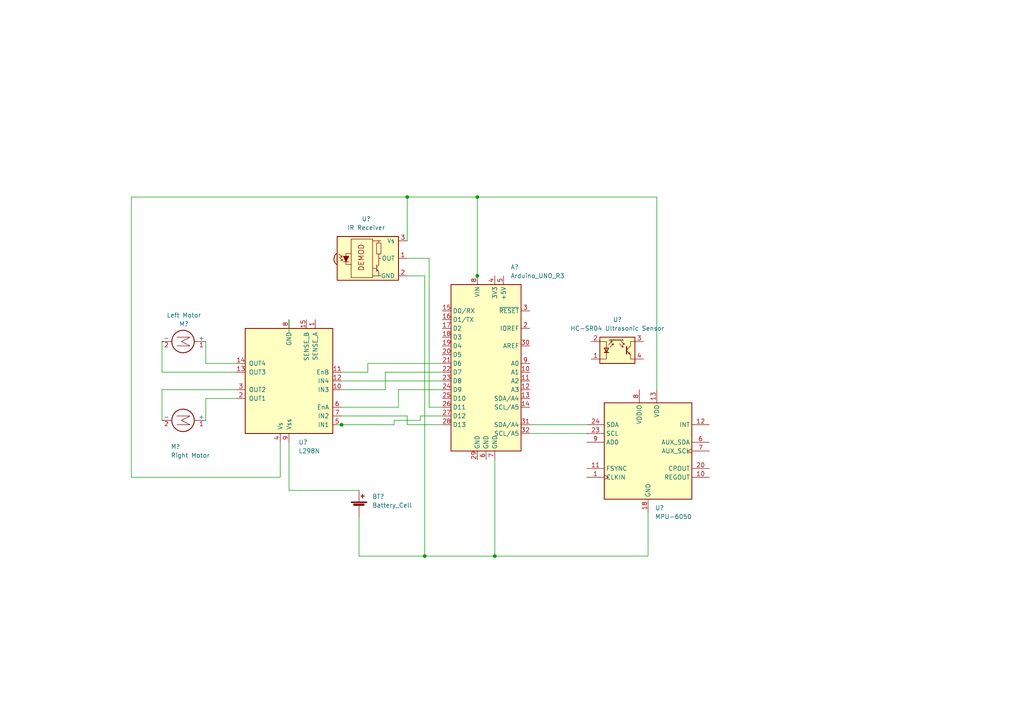
<source format=kicad_sch>
(kicad_sch (version 20211123) (generator eeschema)
  (paper "A4")
  (lib_symbols
    (symbol "Device:Battery_Cell" (pin_numbers hide) (pin_names (offset 0) hide)
      (property "Reference" "BT" (at 2.54 2.54 0))
      (property "Value" "Battery_Cell" (at 2.54 0 0))
      (symbol "Battery_Cell_0_1"
        (rectangle (start -2.286 1.778) (end 2.286 1.524) (fill (type outline)))
        (rectangle (start -1.5748 1.1938) (end 1.4732 0.6858) (fill (type outline)))
        (polyline (pts (xy 0 0.762) (xy 0 0)))
        (polyline (pts (xy 0 1.778) (xy 0 2.54)))
        (polyline (pts (xy 0.508 3.429) (xy 1.524 3.429)) (stroke (width 0.254)))
        (polyline (pts (xy 1.016 3.937) (xy 1.016 2.921)) (stroke (width 0.254)))
      )
      (symbol "Battery_Cell_1_1"
        (pin passive line (at 0 5.08 270) (length 2.54) (name "+") (number "1"))
        (pin passive line (at 0 -2.54 90) (length 2.54) (name "-") (number "2"))
      )
    )
    (symbol "Driver_Motor:L298N" (pin_names (offset 1.016))
      (property "Reference" "U" (at -10.16 16.51 0))
      (property "Value" "L298N" (at 12.7 16.51 0))
      (symbol "L298N_0_1"
        (rectangle (start -12.7 15.24) (end 12.7 -15.24) (stroke (width 0.254)) (fill (type background)))
      )
      (symbol "L298N_1_1"
        (pin power_in line (at -7.62 -17.78 90) (length 2.54) (name "SENSE_A") (number "1"))
        (pin input line (at -15.24 2.54 0) (length 2.54) (name "IN3") (number "10"))
        (pin input line (at -15.24 -2.54 0) (length 2.54) (name "EnB") (number "11"))
        (pin input line (at -15.24 0 0) (length 2.54) (name "IN4") (number "12"))
        (pin output line (at 15.24 -2.54 180) (length 2.54) (name "OUT3") (number "13"))
        (pin output line (at 15.24 -5.08 180) (length 2.54) (name "OUT4") (number "14"))
        (pin power_in line (at -5.08 -17.78 90) (length 2.54) (name "SENSE_B") (number "15"))
        (pin output line (at 15.24 5.08 180) (length 2.54) (name "OUT1") (number "2"))
        (pin output line (at 15.24 2.54 180) (length 2.54) (name "OUT2") (number "3"))
        (pin power_in line (at 2.54 17.78 270) (length 2.54) (name "Vs") (number "4"))
        (pin input line (at -15.24 12.7 0) (length 2.54) (name "IN1") (number "5"))
        (pin input line (at -15.24 7.62 0) (length 2.54) (name "EnA") (number "6"))
        (pin input line (at -15.24 10.16 0) (length 2.54) (name "IN2") (number "7"))
        (pin power_in line (at 0 -17.78 90) (length 2.54) (name "GND") (number "8"))
        (pin power_in line (at 0 17.78 270) (length 2.54) (name "Vss") (number "9"))
      )
    )
    (symbol "MCU_Module:Arduino_UNO_R3"
      (property "Reference" "A" (at -10.16 23.495 0))
      (property "Value" "Arduino_UNO_R3" (at 5.08 -26.67 0))
      (symbol "Arduino_UNO_R3_0_1"
        (rectangle (start -10.16 22.86) (end 10.16 -25.4) (stroke (width 0.254)) (fill (type background)))
      )
      (symbol "Arduino_UNO_R3_1_1"
        (pin no_connect line (at -10.16 -20.32 0) (length 2.54) hide (name "NC") (number "1"))
        (pin bidirectional line (at 12.7 -2.54 180) (length 2.54) (name "A1") (number "10"))
        (pin bidirectional line (at 12.7 -5.08 180) (length 2.54) (name "A2") (number "11"))
        (pin bidirectional line (at 12.7 -7.62 180) (length 2.54) (name "A3") (number "12"))
        (pin bidirectional line (at 12.7 -10.16 180) (length 2.54) (name "SDA/A4") (number "13"))
        (pin bidirectional line (at 12.7 -12.7 180) (length 2.54) (name "SCL/A5") (number "14"))
        (pin bidirectional line (at -12.7 15.24 0) (length 2.54) (name "D0/RX") (number "15"))
        (pin bidirectional line (at -12.7 12.7 0) (length 2.54) (name "D1/TX") (number "16"))
        (pin bidirectional line (at -12.7 10.16 0) (length 2.54) (name "D2") (number "17"))
        (pin bidirectional line (at -12.7 7.62 0) (length 2.54) (name "D3") (number "18"))
        (pin bidirectional line (at -12.7 5.08 0) (length 2.54) (name "D4") (number "19"))
        (pin output line (at 12.7 10.16 180) (length 2.54) (name "IOREF") (number "2"))
        (pin bidirectional line (at -12.7 2.54 0) (length 2.54) (name "D5") (number "20"))
        (pin bidirectional line (at -12.7 0 0) (length 2.54) (name "D6") (number "21"))
        (pin bidirectional line (at -12.7 -2.54 0) (length 2.54) (name "D7") (number "22"))
        (pin bidirectional line (at -12.7 -5.08 0) (length 2.54) (name "D8") (number "23"))
        (pin bidirectional line (at -12.7 -7.62 0) (length 2.54) (name "D9") (number "24"))
        (pin bidirectional line (at -12.7 -10.16 0) (length 2.54) (name "D10") (number "25"))
        (pin bidirectional line (at -12.7 -12.7 0) (length 2.54) (name "D11") (number "26"))
        (pin bidirectional line (at -12.7 -15.24 0) (length 2.54) (name "D12") (number "27"))
        (pin bidirectional line (at -12.7 -17.78 0) (length 2.54) (name "D13") (number "28"))
        (pin power_in line (at -2.54 -27.94 90) (length 2.54) (name "GND") (number "29"))
        (pin input line (at 12.7 15.24 180) (length 2.54) (name "~{RESET}") (number "3"))
        (pin input line (at 12.7 5.08 180) (length 2.54) (name "AREF") (number "30"))
        (pin bidirectional line (at 12.7 -17.78 180) (length 2.54) (name "SDA/A4") (number "31"))
        (pin bidirectional line (at 12.7 -20.32 180) (length 2.54) (name "SCL/A5") (number "32"))
        (pin power_out line (at 2.54 25.4 270) (length 2.54) (name "3V3") (number "4"))
        (pin power_out line (at 5.08 25.4 270) (length 2.54) (name "+5V") (number "5"))
        (pin power_in line (at 0 -27.94 90) (length 2.54) (name "GND") (number "6"))
        (pin power_in line (at 2.54 -27.94 90) (length 2.54) (name "GND") (number "7"))
        (pin power_in line (at -2.54 25.4 270) (length 2.54) (name "VIN") (number "8"))
        (pin bidirectional line (at 12.7 0 180) (length 2.54) (name "A0") (number "9"))
      )
    )
    (symbol "Motor:Motor_DC" (pin_names (offset 0))
      (property "Reference" "M" (at 2.54 2.54 0))
      (property "Value" "Motor_DC" (at 2.54 -5.08 0))
      (symbol "Motor_DC_0_0"
        (polyline (pts (xy -1.27 -3.302) (xy -1.27 0.508) (xy 0 -2.032) (xy 1.27 0.508) (xy 1.27 -3.302)))
      )
      (symbol "Motor_DC_0_1"
        (circle (center 0 -1.524) (radius 3.2512) (stroke (width 0.254)))
        (polyline (pts (xy 0 -7.62) (xy 0 -7.112)))
        (polyline (pts (xy 0 -4.7752) (xy 0 -5.1816)))
        (polyline (pts (xy 0 1.7272) (xy 0 2.0828)))
        (polyline (pts (xy 0 2.032) (xy 0 2.54)))
      )
      (symbol "Motor_DC_1_1"
        (pin passive line (at 0 5.08 270) (length 2.54) (name "+") (number "1"))
        (pin passive line (at 0 -7.62 90) (length 2.54) (name "-") (number "2"))
      )
    )
    (symbol "Sensor_Motion:MPU-6050"
      (property "Reference" "U" (at -11.43 13.97 0))
      (property "Value" "MPU-6050" (at 7.62 -15.24 0))
      (symbol "MPU-6050_0_0"
        (text "" (at 12.7 -2.54 0) (effects (font (size 1.27 1.27))))
      )
      (symbol "MPU-6050_0_1"
        (rectangle (start -12.7 13.97) (end 12.7 -13.97) (stroke (width 0.254)) (fill (type background)))
      )
      (symbol "MPU-6050_1_1"
        (pin input clock (at -17.78 -7.62 0) (length 5.08) (name "CLKIN") (number "1"))
        (pin passive line (at 17.78 -7.62 180) (length 5.08) (name "REGOUT") (number "10"))
        (pin input line (at -17.78 -5.08 0) (length 5.08) (name "FSYNC") (number "11"))
        (pin output line (at 17.78 7.62 180) (length 5.08) (name "INT") (number "12"))
        (pin power_in line (at 2.54 17.78 270) (length 3.81) (name "VDD") (number "13"))
        (pin no_connect line (at -12.7 -10.16 0) (length 2.54) hide (name "NC") (number "14"))
        (pin no_connect line (at 12.7 12.7 180) (length 2.54) hide (name "NC") (number "15"))
        (pin no_connect line (at 12.7 10.16 180) (length 2.54) hide (name "NC") (number "16"))
        (pin no_connect line (at 12.7 5.08 180) (length 2.54) hide (name "NC") (number "17"))
        (pin power_in line (at 0 -17.78 90) (length 3.81) (name "GND") (number "18"))
        (pin no_connect line (at 12.7 -10.16 180) (length 2.54) hide (name "NC") (number "19"))
        (pin no_connect line (at -12.7 12.7 0) (length 2.54) hide (name "NC") (number "2"))
        (pin passive line (at 17.78 -5.08 180) (length 5.08) (name "CPOUT") (number "20"))
        (pin no_connect line (at 12.7 -2.54 180) (length 2.54) hide (name "NC") (number "21"))
        (pin no_connect line (at 12.7 -12.7 180) (length 2.54) hide (name "NC") (number "22"))
        (pin input line (at -17.78 5.08 0) (length 5.08) (name "SCL") (number "23"))
        (pin bidirectional line (at -17.78 7.62 0) (length 5.08) (name "SDA") (number "24"))
        (pin no_connect line (at -12.7 10.16 0) (length 2.54) hide (name "NC") (number "3"))
        (pin no_connect line (at -12.7 0 0) (length 2.54) hide (name "NC") (number "4"))
        (pin no_connect line (at -12.7 -2.54 0) (length 2.54) hide (name "NC") (number "5"))
        (pin bidirectional line (at 17.78 2.54 180) (length 5.08) (name "AUX_SDA") (number "6"))
        (pin output clock (at 17.78 0 180) (length 5.08) (name "AUX_SCL") (number "7"))
        (pin power_in line (at -2.54 17.78 270) (length 3.81) (name "VDDIO") (number "8"))
        (pin input line (at -17.78 2.54 0) (length 5.08) (name "AD0") (number "9"))
      )
    )
    (symbol "Sensor_Proximity:BPR-105" (pin_names (offset 0.0254) hide)
      (property "Reference" "U" (at -5.08 5.08 0))
      (property "Value" "BPR-105" (at 7.62 5.08 0))
      (symbol "BPR-105_0_1"
        (polyline (pts (xy -3.81 -0.635) (xy -2.54 -0.635)) (stroke (width 0.254)))
        (polyline (pts (xy -2.286 2.921) (xy -2.032 3.175)))
        (polyline (pts (xy -1.778 2.921) (xy -1.524 3.175)))
        (polyline (pts (xy -1.524 2.667) (xy -1.651 2.159)))
        (polyline (pts (xy -1.27 2.921) (xy -1.016 3.175)))
        (polyline (pts (xy -1.143 1.905) (xy -1.27 1.397)))
        (polyline (pts (xy -0.762 2.921) (xy -0.508 3.175)))
        (polyline (pts (xy -0.254 2.921) (xy 0 3.175)))
        (polyline (pts (xy 0.254 2.921) (xy 0.508 3.175)))
        (polyline (pts (xy 0.762 2.921) (xy 1.016 3.175)))
        (polyline (pts (xy 1.27 2.921) (xy 1.524 3.175)))
        (polyline (pts (xy 1.651 0.889) (xy 1.143 1.016)))
        (polyline (pts (xy 1.778 2.921) (xy -2.413 2.921)))
        (polyline (pts (xy 2.032 1.651) (xy 1.524 1.778)))
        (polyline (pts (xy 2.667 -0.127) (xy 3.81 -1.27)))
        (polyline (pts (xy 2.667 0.127) (xy 3.81 1.27)))
        (polyline (pts (xy -2.54 1.651) (xy -1.524 2.667) (xy -2.032 2.54)))
        (polyline (pts (xy -2.159 0.889) (xy -1.143 1.905) (xy -1.651 1.778)))
        (polyline (pts (xy 0.635 1.905) (xy 1.651 0.889) (xy 1.524 1.397)))
        (polyline (pts (xy 1.016 2.667) (xy 2.032 1.651) (xy 1.905 2.159)))
        (polyline (pts (xy 2.667 1.016) (xy 2.667 -1.016) (xy 2.667 -1.016)) (stroke (width 0.3556)))
        (polyline (pts (xy 3.81 -1.27) (xy 3.81 -2.54) (xy 5.08 -2.54)))
        (polyline (pts (xy 3.81 1.27) (xy 3.81 2.54) (xy 5.08 2.54)))
        (polyline (pts (xy -5.08 -2.54) (xy -3.175 -2.54) (xy -3.175 2.54) (xy -5.08 2.54)))
        (polyline (pts (xy -3.175 -0.635) (xy -3.81 0.635) (xy -2.54 0.635) (xy -3.175 -0.635)) (stroke (width 0.254)))
        (polyline (pts (xy 3.683 -1.143) (xy 3.429 -0.635) (xy 3.175 -0.889) (xy 3.683 -1.143)))
        (polyline (pts (xy -5.08 -3.81) (xy 5.08 -3.81) (xy 5.08 3.81) (xy -5.08 3.81) (xy -5.08 -3.81)) (stroke (width 0.254)) (fill (type background)))
      )
      (symbol "BPR-105_1_1"
        (pin passive line (at -7.62 -2.54 0) (length 2.54) (name "K") (number "1"))
        (pin passive line (at -7.62 2.54 0) (length 2.54) (name "A") (number "2"))
        (pin open_collector line (at 7.62 2.54 180) (length 2.54) (name "C") (number "3"))
        (pin open_emitter line (at 7.62 -2.54 180) (length 2.54) (name "E") (number "4"))
      )
    )
    (symbol "Sensor_Proximity:TSSP58038" (pin_names (offset 1.016))
      (property "Reference" "U" (at -10.16 7.62 0))
      (property "Value" "TSSP58038" (at -10.16 -7.62 0))
      (symbol "TSSP58038_0_0"
        (arc (start -10.287 1.397) (mid -11.0899 -0.1852) (end -10.287 -1.778) (stroke (width 0.254)) (fill (type background)))
        (polyline (pts (xy 1.905 -5.08) (xy 0.127 -5.08)))
        (polyline (pts (xy 1.905 5.08) (xy 0.127 5.08)))
        (text "DEMOD" (at -3.175 0.254 900) (effects (font (size 1.524 1.524))))
      )
      (symbol "TSSP58038_0_1"
        (rectangle (start -6.096 5.588) (end 0.127 -5.588))
        (polyline (pts (xy -8.763 0.381) (xy -9.652 1.27)))
        (polyline (pts (xy -8.763 0.381) (xy -9.271 0.381)))
        (polyline (pts (xy -8.763 0.381) (xy -8.763 0.889)))
        (polyline (pts (xy -8.636 -0.635) (xy -9.525 0.254)))
        (polyline (pts (xy -8.636 -0.635) (xy -9.144 -0.635)))
        (polyline (pts (xy -8.636 -0.635) (xy -8.636 -0.127)))
        (polyline (pts (xy -8.382 -1.016) (xy -6.731 -1.016)))
        (polyline (pts (xy 1.27 -2.921) (xy 0.127 -2.921)))
        (polyline (pts (xy 1.27 -1.905) (xy 1.27 -3.81)))
        (polyline (pts (xy 1.397 -3.556) (xy 1.524 -3.556)))
        (polyline (pts (xy 1.651 -3.556) (xy 1.524 -3.556)))
        (polyline (pts (xy 1.651 -3.556) (xy 1.651 -3.302)))
        (polyline (pts (xy 1.905 0) (xy 1.905 1.27)))
        (polyline (pts (xy 1.905 4.445) (xy 1.905 5.08) (xy 2.54 5.08)))
        (polyline (pts (xy -8.382 0.635) (xy -6.731 0.635) (xy -7.62 -1.016) (xy -8.382 0.635)) (fill (type outline)))
        (polyline (pts (xy -6.096 1.397) (xy -7.62 1.397) (xy -7.62 -1.778) (xy -6.096 -1.778)))
        (polyline (pts (xy 1.27 -3.175) (xy 1.905 -3.81) (xy 1.905 -5.08) (xy 2.54 -5.08)))
        (polyline (pts (xy 1.27 -2.54) (xy 1.905 -1.905) (xy 1.905 0) (xy 2.54 0)))
        (rectangle (start 2.54 1.27) (end 1.27 4.445))
        (rectangle (start 7.62 6.35) (end -10.16 -6.35) (stroke (width 0.254)) (fill (type background)))
      )
      (symbol "TSSP58038_1_1"
        (pin output line (at 10.16 0 180) (length 2.54) (name "OUT") (number "1"))
        (pin power_in line (at 10.16 -5.08 180) (length 2.54) (name "GND") (number "2"))
        (pin power_in line (at 10.16 5.08 180) (length 2.54) (name "Vs") (number "3"))
      )
    )
  )
  (junction (at 118.11 57.15))
  (junction (at 138.43 57.15))
  (junction (at 138.43 80.01))
  (junction (at 143.51 161.29))
  (junction (at 123.19 161.29))
  (junction (at 99.06 123.19))
  (wire (pts (xy 123.19 80.01) (xy 123.19 161.29)))
  (wire (pts (xy 106.68 105.41) (xy 106.68 107.95)))
  (wire (pts (xy 143.51 133.35) (xy 143.51 161.29)))
  (wire (pts (xy 68.58 115.57) (xy 59.69 115.57)))
  (wire (pts (xy 124.46 74.93) (xy 124.46 118.11)))
  (wire (pts (xy 83.82 142.24) (xy 104.14 142.24)))
  (wire (pts (xy 81.28 138.43) (xy 38.1 138.43)))
  (wire (pts (xy 118.11 69.85) (xy 118.11 57.15)))
  (wire (pts (xy 99.06 118.11) (xy 115.57 118.11)))
  (wire (pts (xy 118.11 80.01) (xy 123.19 80.01)))
  (wire (pts (xy 83.82 92.71) (xy 83.82 96.52)))
  (wire (pts (xy 46.99 113.03) (xy 46.99 121.92)))
  (wire (pts (xy 115.57 118.11) (xy 115.57 113.03)))
  (wire (pts (xy 59.69 105.41) (xy 59.69 99.06)))
  (wire (pts (xy 99.06 123.19) (xy 114.3 123.19)))
  (wire (pts (xy 111.76 107.95) (xy 111.76 113.03)))
  (wire (pts (xy 153.67 123.19) (xy 170.18 123.19)))
  (wire (pts (xy 99.06 110.49) (xy 128.27 110.49)))
  (wire (pts (xy 128.27 105.41) (xy 106.68 105.41)))
  (wire (pts (xy 99.06 113.03) (xy 111.76 113.03)))
  (wire (pts (xy 118.11 123.19) (xy 128.27 123.19)))
  (wire (pts (xy 115.57 113.03) (xy 128.27 113.03)))
  (wire (pts (xy 153.67 125.73) (xy 170.18 125.73)))
  (wire (pts (xy 138.43 57.15) (xy 138.43 80.01)))
  (wire (pts (xy 190.5 113.03) (xy 190.5 57.15)))
  (wire (pts (xy 46.99 107.95) (xy 46.99 99.06)))
  (wire (pts (xy 68.58 113.03) (xy 46.99 113.03)))
  (wire (pts (xy 118.11 120.65) (xy 118.11 123.19)))
  (wire (pts (xy 38.1 57.15) (xy 118.11 57.15)))
  (wire (pts (xy 124.46 118.11) (xy 128.27 118.11)))
  (wire (pts (xy 68.58 105.41) (xy 59.69 105.41)))
  (wire (pts (xy 99.06 120.65) (xy 118.11 120.65)))
  (wire (pts (xy 99.06 107.95) (xy 106.68 107.95)))
  (wire (pts (xy 114.3 121.92) (xy 114.3 123.19)))
  (wire (pts (xy 59.69 115.57) (xy 59.69 121.92)))
  (wire (pts (xy 104.14 161.29) (xy 104.14 149.86)))
  (wire (pts (xy 83.82 128.27) (xy 83.82 142.24)))
  (wire (pts (xy 97.79 123.19) (xy 99.06 123.19)))
  (wire (pts (xy 114.3 121.92) (xy 121.92 121.92)))
  (wire (pts (xy 128.27 107.95) (xy 111.76 107.95)))
  (wire (pts (xy 123.19 161.29) (xy 143.51 161.29)))
  (wire (pts (xy 138.43 80.01) (xy 138.43 81.28)))
  (wire (pts (xy 38.1 138.43) (xy 38.1 57.15)))
  (wire (pts (xy 118.11 57.15) (xy 138.43 57.15)))
  (wire (pts (xy 118.11 74.93) (xy 124.46 74.93)))
  (wire (pts (xy 121.92 120.65) (xy 128.27 120.65)))
  (wire (pts (xy 138.43 57.15) (xy 190.5 57.15)))
  (wire (pts (xy 104.14 161.29) (xy 123.19 161.29)))
  (wire (pts (xy 68.58 107.95) (xy 46.99 107.95)))
  (wire (pts (xy 187.96 148.59) (xy 187.96 161.29)))
  (wire (pts (xy 121.92 121.92) (xy 121.92 120.65)))
  (wire (pts (xy 187.96 161.29) (xy 143.51 161.29)))
  (wire (pts (xy 81.28 128.27) (xy 81.28 138.43)))
  (symbol (lib_id "Driver_Motor:L298N") (at 83.82 110.49 180) (unit 1)
    (property "Reference" "U?" (at 86.5887 128.27 0) (effects (justify right)))
    (property "Value" "L298N" (at 86.5887 130.81 0) (effects (justify right)))
    (property "Footprint" "Package_TO_SOT_THT:TO-220-15_P2.54x2.54mm_StaggerOdd_Lead4.58mm_Vertical" (effects hide))
    (property "Datasheet" "http://www.st.com/st-web-ui/static/active/en/resource/technical/document/datasheet/CD00000240.pdf" (effects hide))
  )
  (symbol (lib_id "MCU_Module:Arduino_UNO_R3") (at 140.97 105.41 0) (unit 1)
    (property "Reference" "A?" (at 148.0694 77.47 0) (effects (justify left)))
    (property "Value" "Arduino_UNO_R3" (at 148.0694 80.01 0) (effects (justify left)))
    (property "Footprint" "Module:Arduino_UNO_R3" (effects hide))
    (property "Datasheet" "https://www.arduino.cc/en/Main/arduinoBoardUno" (effects hide))
  )
  (symbol (lib_id "Sensor_Motion:MPU-6050") (at 187.96 130.81 0) (unit 1)
    (property "Reference" "U?" (at 189.9794 147.32 0) (effects (justify left)))
    (property "Value" "MPU-6050" (at 189.9794 149.86 0) (effects (justify left)))
    (property "Footprint" "Sensor_Motion:InvenSense_QFN-24_4x4mm_P0.5mm" (effects hide))
    (property "Datasheet" "https://store.invensense.com/datasheets/invensense/MPU-6050_DataSheet_V3%204.pdf" (effects hide))
  )
  (symbol (lib_id "Motor:Motor_DC") (at 54.61 121.92 270) (unit 1)
    (property "Reference" "M?" (at 49.53 129.54 90) (effects (justify left)))
    (property "Value" "Right Motor" (at 49.53 132.08 90) (effects (justify left)))
  )
  (symbol (lib_id "Sensor_Proximity:TSSP58038") (at 107.95 74.93 0) (unit 1)
    (property "Reference" "U?" (at 106.215 63.5 0))
    (property "Value" "IR Receiver" (at 106.215 66.04 0))
    (property "Footprint" "OptoDevice:Vishay_MINICAST-3Pin" (effects hide))
    (property "Datasheet" "http://www.vishay.com/docs/82476/tssp58p38.pdf" (effects hide))
  )
  (symbol (lib_id "Sensor_Proximity:BPR-105") (at 179.07 101.6 0) (unit 1)
    (property "Reference" "U?" (at 179.07 92.71 0))
    (property "Value" "HC-SR04 Ultrasonic Sensor" (at 179.07 95.25 0))
    (property "Footprint" "OptoDevice:Everlight_ITR8307" (effects hide))
    (property "Datasheet" "http://www.ystone.com.tw/en/data/goods/IRPT/Photo%20Interrupters-Reflective%20Type.pdf" (effects hide))
  )
  (symbol (lib_id "Motor:Motor_DC") (at 54.61 99.06 270) (unit 1)
    (property "Reference" "M?" (at 53.34 93.98 90))
    (property "Value" "Left Motor" (at 53.34 91.44 90))
  )
  (symbol (lib_id "Device:Battery_Cell") (at 104.14 147.32 0) (unit 1)
    (property "Reference" "BT?" (at 107.95 144.0179 0) (effects (justify left)))
    (property "Value" "Battery_Cell" (at 107.95 146.5579 0) (effects (justify left)))
  )
)
</source>
